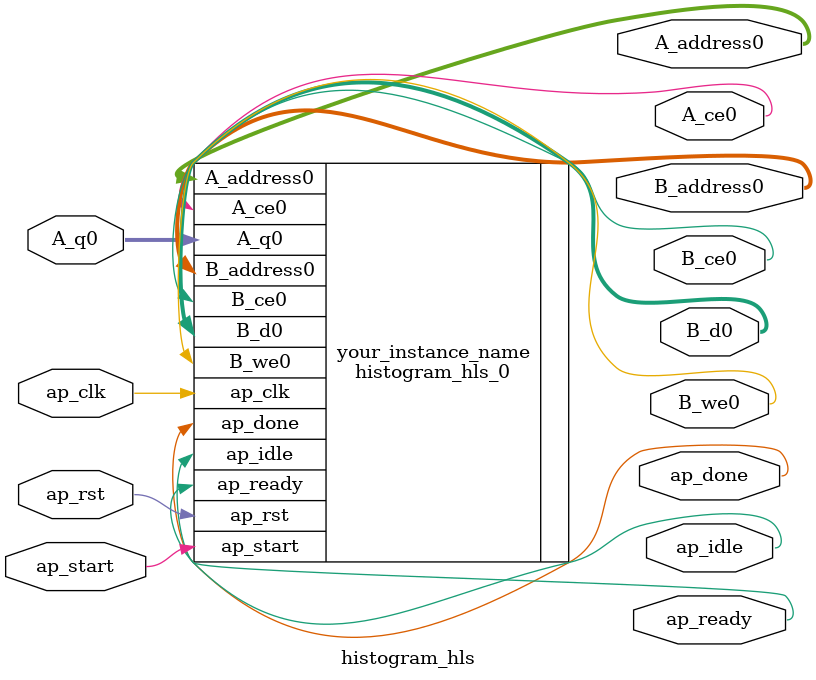
<source format=sv>
module histogram_hls (
output wire A_ce0,
output wire B_ce0,
output wire B_we0,
input wire ap_clk,
input wire ap_rst,
input wire ap_start,
output wire ap_done,
output wire ap_idle,
output wire ap_ready,
output wire [7 : 0] A_address0,
input wire [7 : 0] A_q0,
output wire [7 : 0] B_address0,
output wire [31 : 0] B_d0
);

histogram_hls_0 your_instance_name (
  .A_ce0(A_ce0),            // 
  .B_ce0(B_ce0),            // 
  .B_we0(B_we0),            // 
  .ap_clk(ap_clk),          // 
  .ap_rst(ap_rst),          // 
  .ap_start(ap_start),      // 
  .ap_done(ap_done),        // 
  .ap_idle(ap_idle),        // 
  .ap_ready(ap_ready),      // 
  .A_address0(A_address0),  // 
  .A_q0(A_q0),              // 
  .B_address0(B_address0),  // 
  .B_d0(B_d0)              //  
);

endmodule

</source>
